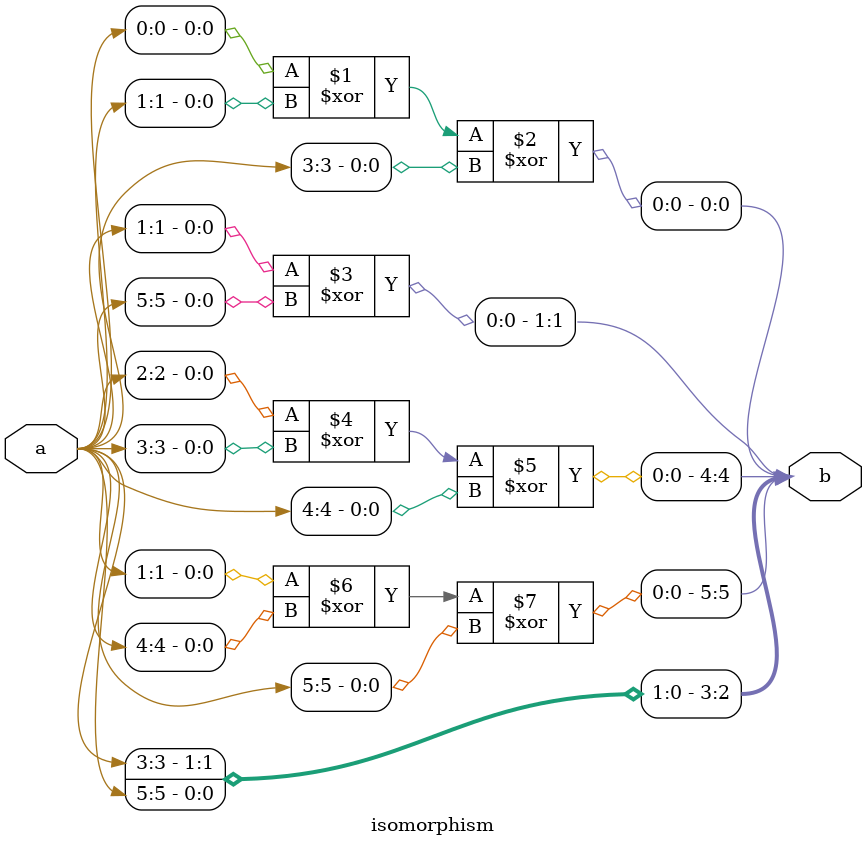
<source format=v>
`timescale 1ns/100ps
module SMS32_41_pp_11_3(x,y);
	 input [5:0] x;
	 output [5:0] y;
	 wire [5:0] w;
	 wire [5:0] p;
	 isomorphism C2 (x,w);
	 power_41 C3 (w,p);
	 inv_isomorphism C4 (p,y);
endmodule

module add_base(a,b,c);
	 input [2:0] a;
	 input [2:0] b;
	 output [2:0] c;
	 assign c[0]=a[0]^b[0];
	 assign c[1]=a[1]^b[1];
	 assign c[2]=a[2]^b[2];
endmodule

module constant_multiplication_base_0(a,b);
	 input [2:0] a;
	 output [2:0] b;
	 assign b[0]=0;
	 assign b[1]=0;
	 assign b[2]=0;
endmodule

module constant_multiplication_base_1(a,b);
	 input [2:0] a;
	 output [2:0] b;
	 assign b[0]=a[0];
	 assign b[1]=a[1];
	 assign b[2]=a[2];
endmodule

module constant_multiplication_base_2(a,b);
	 input [2:0] a;
	 output [2:0] b;
	 assign b[0]=a[2];
	 assign b[1]=a[0];
	 assign b[2]=a[1]^a[2];
endmodule

module constant_multiplication_base_3(a,b);
	 input [2:0] a;
	 output [2:0] b;
	 assign b[0]=a[1]^a[2];
	 assign b[1]=a[2];
	 assign b[2]=a[0]^a[1]^a[2];
endmodule

module constant_multiplication_base_4(a,b);
	 input [2:0] a;
	 output [2:0] b;
	 assign b[0]=a[0]^a[1]^a[2];
	 assign b[1]=a[1]^a[2];
	 assign b[2]=a[0]^a[1];
endmodule

module constant_multiplication_base_5(a,b);
	 input [2:0] a;
	 output [2:0] b;
	 assign b[0]=a[0]^a[1];
	 assign b[1]=a[0]^a[1]^a[2];
	 assign b[2]=a[0]^a[2];
endmodule

module constant_multiplication_base_6(a,b);
	 input [2:0] a;
	 output [2:0] b;
	 assign b[0]=a[0]^a[2];
	 assign b[1]=a[0]^a[1];
	 assign b[2]=a[1];
endmodule

module constant_multiplication_base_7(a,b);
	 input [2:0] a;
	 output [2:0] b;
	 assign b[0]=a[1];
	 assign b[1]=a[0]^a[2];
	 assign b[2]=a[0];
endmodule

module multiplication_base(a,b,c);
	 input [2:0] a;
	 input [2:0] b;
	 output [2:0] c;
	 assign c[0]=(a[0]&b[0])^(a[1]&b[2])^(a[2]&b[1])^(a[2]&b[2]);
	 assign c[1]=(a[0]&b[1])^(a[1]&b[0])^(a[2]&b[2]);
	 assign c[2]=(a[2]&b[0])^(a[1]&b[1])^(a[0]&b[2])^(a[1]&b[2])^(a[2]&b[1])^(a[2]&b[2]);
endmodule

module square_base(a,b);
	 input [2:0] a;
	 output[2:0] b;
	 assign b[0]=a[0]^a[2];
	 assign b[1]=a[2];
	 assign b[2]=a[1]^a[2];
endmodule

module four_base(a,b);
	 input [2:0] a;
	 output[2:0] b;
	 assign b[0]=a[0]^a[1];
	 assign b[1]=a[1]^a[2];
	 assign b[2]=a[1];
endmodule

module five_base(a,b);
	 input [2:0] a;
	 output [2:0] b;
	 assign b[0]=a[0]^a[1]^a[2]^(a[0]&a[1]);
	 assign b[1]=a[1]^(a[1]&a[2])^(a[0]&a[2]);
	 assign b[2]=a[2]^(a[0]&a[1])^(a[0]&a[2]);
endmodule

module six_base(a,b);
	 input [2:0] a;
	 output [2:0] b;
	 assign b[0]=a[0]^a[2]^(a[0]&a[1])^(a[0]&a[2])^(a[1]&a[2]);
	 assign b[1]=a[1]^a[2]^(a[1]&a[2])^(a[0]&a[1]);
	 assign b[2]=a[1]^(a[1]&a[2])^(a[0]&a[2]);
endmodule

module power_41(a,b);
	 input [5:0] a;
	 output [5:0] b;
	 wire [2:0] x_0;
	 wire [2:0] x_1;
	 wire [2:0] x_2;
	 wire [2:0] x_3;
	 wire [2:0] x_4;
	 wire [2:0] x_5;
	 wire [2:0] x_6;
	 wire [2:0] x_7;
	 wire [2:0] y_0;
	 wire [2:0] y_1;
	 wire [2:0] y_2;
	 wire [2:0] y_3;
	 wire [2:0] y_4;
	 wire [2:0] y_5;
	 wire [2:0] w_00;
	 wire [2:0] w_01;
	 wire [2:0] w_02;
	 wire [2:0] w_03;
	 wire [2:0] w_04;
	 wire [2:0] w_05;
	 wire [2:0] w_10;
	 wire [2:0] w_11;
	 wire [2:0] w_12;
	 wire [2:0] w_13;
	 wire [2:0] w_14;
	 wire [2:0] w_15;
	 wire [2:0] z_00;
	 wire [2:0] z_01;
	 wire [2:0] z_02;
	 wire [2:0] z_03;
	 wire [2:0] z_04;
	 wire [2:0] z_10;
	 wire [2:0] z_11;
	 wire [2:0] z_12;
	 wire [2:0] z_13;
	 wire [2:0] z_14;
	 assign x_0[0]=a[0];
	 assign x_0[1]=a[1];
	 assign x_0[2]=a[2];
	 assign x_1[0]=a[3];
	 assign x_1[1]=a[4];
	 assign x_1[2]=a[5];
	 six_base  A1 (x_0,y_0);
	 six_base A2 (x_1,y_1);
	 five_base A3 (x_0,x_2);
	 five_base A4 (x_1,x_3);
	 four_base  A5 (x_0,x_4);
	 four_base A6 (x_1,x_5);
	 square_base  A7 (x_0,x_6);
	 square_base A8 (x_1,x_7);
	 multiplication_base A9 (x_2,x_1,y_2);
	 multiplication_base A10 (x_3,x_0,y_3);
	 multiplication_base A11 (x_4,x_7,y_4);
	 multiplication_base A12 (x_5,x_6,y_5);
	 constant_multiplication_base_1 MC00 (y_0,w_00);
	 constant_multiplication_base_3 MC01 (y_1,w_01);
	 constant_multiplication_base_5 MC02 (y_2,w_02);
	 constant_multiplication_base_2 MC03 (y_3,w_03);
	 constant_multiplication_base_6 MC04 (y_4,w_04);
	 constant_multiplication_base_5 MC05 (y_5,w_05);
	 constant_multiplication_base_0 MC10 (y_0,w_10);
	 constant_multiplication_base_4 MC11 (y_1,w_11);
	 constant_multiplication_base_0 MC12 (y_2,w_12);
	 constant_multiplication_base_3 MC13 (y_3,w_13);
	 constant_multiplication_base_0 MC14 (y_4,w_14);
	 constant_multiplication_base_6 MC15 (y_5,w_15);
	 add_base AB00 (w_00,w_01,z_00);
	 add_base AB01 (w_02,z_00,z_01);
	 add_base AB02 (w_03,z_01,z_02);
	 add_base AB03 (w_04,z_02,z_03);
	 add_base AB04 (w_05,z_03,z_04);
	 add_base AB10 (w_10,w_11,z_10);
	 add_base AB11 (w_12,z_10,z_11);
	 add_base AB12 (w_13,z_11,z_12);
	 add_base AB13 (w_14,z_12,z_13);
	 add_base AB14 (w_15,z_13,z_14);
	 assign b[0]=z_04[0];
	 assign b[1]=z_04[1];
	 assign b[2]=z_04[2];
	 assign b[3]=z_14[0];
	 assign b[4]=z_14[1];
	 assign b[5]=z_14[2];
endmodule

module inv_isomorphism(a,b);
	 input [5:0] a;
	 output [5:0] b;
	 assign b[0]=a[2];
	 assign b[1]=a[0]^a[1]^a[5];
	 assign b[2]=a[0]^a[2]^a[5];
	 assign b[3]=a[1]^a[3]^a[4];
	 assign b[4]=a[2]^a[3]^a[4]^a[5];
	 assign b[5]=a[0]^a[1]^a[2]^a[4];
endmodule

module isomorphism(a,b);
	 input [5:0] a;
	 output [5:0] b;
	 assign b[0]=a[0]^a[1]^a[3];
	 assign b[1]=a[1]^a[5];
	 assign b[2]=a[5];
	 assign b[3]=a[3];
	 assign b[4]=a[2]^a[3]^a[4];
	 assign b[5]=a[1]^a[4]^a[5];
endmodule


</source>
